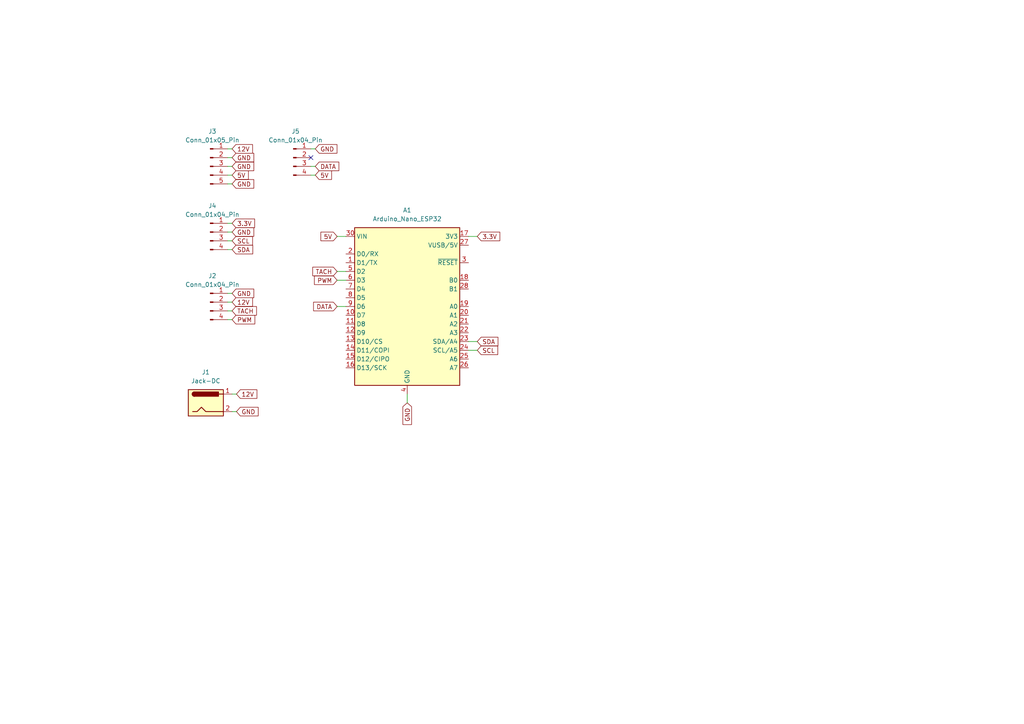
<source format=kicad_sch>
(kicad_sch
	(version 20250114)
	(generator "eeschema")
	(generator_version "9.0")
	(uuid "edf15d8b-a36a-4808-ba06-30ebb736cdfe")
	(paper "A4")
	(lib_symbols
		(symbol "Connector:Conn_01x04_Pin"
			(pin_names
				(offset 1.016)
				(hide yes)
			)
			(exclude_from_sim no)
			(in_bom yes)
			(on_board yes)
			(property "Reference" "J"
				(at 0 5.08 0)
				(effects
					(font
						(size 1.27 1.27)
					)
				)
			)
			(property "Value" "Conn_01x04_Pin"
				(at 0 -7.62 0)
				(effects
					(font
						(size 1.27 1.27)
					)
				)
			)
			(property "Footprint" ""
				(at 0 0 0)
				(effects
					(font
						(size 1.27 1.27)
					)
					(hide yes)
				)
			)
			(property "Datasheet" "~"
				(at 0 0 0)
				(effects
					(font
						(size 1.27 1.27)
					)
					(hide yes)
				)
			)
			(property "Description" "Generic connector, single row, 01x04, script generated"
				(at 0 0 0)
				(effects
					(font
						(size 1.27 1.27)
					)
					(hide yes)
				)
			)
			(property "ki_locked" ""
				(at 0 0 0)
				(effects
					(font
						(size 1.27 1.27)
					)
				)
			)
			(property "ki_keywords" "connector"
				(at 0 0 0)
				(effects
					(font
						(size 1.27 1.27)
					)
					(hide yes)
				)
			)
			(property "ki_fp_filters" "Connector*:*_1x??_*"
				(at 0 0 0)
				(effects
					(font
						(size 1.27 1.27)
					)
					(hide yes)
				)
			)
			(symbol "Conn_01x04_Pin_1_1"
				(rectangle
					(start 0.8636 2.667)
					(end 0 2.413)
					(stroke
						(width 0.1524)
						(type default)
					)
					(fill
						(type outline)
					)
				)
				(rectangle
					(start 0.8636 0.127)
					(end 0 -0.127)
					(stroke
						(width 0.1524)
						(type default)
					)
					(fill
						(type outline)
					)
				)
				(rectangle
					(start 0.8636 -2.413)
					(end 0 -2.667)
					(stroke
						(width 0.1524)
						(type default)
					)
					(fill
						(type outline)
					)
				)
				(rectangle
					(start 0.8636 -4.953)
					(end 0 -5.207)
					(stroke
						(width 0.1524)
						(type default)
					)
					(fill
						(type outline)
					)
				)
				(polyline
					(pts
						(xy 1.27 2.54) (xy 0.8636 2.54)
					)
					(stroke
						(width 0.1524)
						(type default)
					)
					(fill
						(type none)
					)
				)
				(polyline
					(pts
						(xy 1.27 0) (xy 0.8636 0)
					)
					(stroke
						(width 0.1524)
						(type default)
					)
					(fill
						(type none)
					)
				)
				(polyline
					(pts
						(xy 1.27 -2.54) (xy 0.8636 -2.54)
					)
					(stroke
						(width 0.1524)
						(type default)
					)
					(fill
						(type none)
					)
				)
				(polyline
					(pts
						(xy 1.27 -5.08) (xy 0.8636 -5.08)
					)
					(stroke
						(width 0.1524)
						(type default)
					)
					(fill
						(type none)
					)
				)
				(pin passive line
					(at 5.08 2.54 180)
					(length 3.81)
					(name "Pin_1"
						(effects
							(font
								(size 1.27 1.27)
							)
						)
					)
					(number "1"
						(effects
							(font
								(size 1.27 1.27)
							)
						)
					)
				)
				(pin passive line
					(at 5.08 0 180)
					(length 3.81)
					(name "Pin_2"
						(effects
							(font
								(size 1.27 1.27)
							)
						)
					)
					(number "2"
						(effects
							(font
								(size 1.27 1.27)
							)
						)
					)
				)
				(pin passive line
					(at 5.08 -2.54 180)
					(length 3.81)
					(name "Pin_3"
						(effects
							(font
								(size 1.27 1.27)
							)
						)
					)
					(number "3"
						(effects
							(font
								(size 1.27 1.27)
							)
						)
					)
				)
				(pin passive line
					(at 5.08 -5.08 180)
					(length 3.81)
					(name "Pin_4"
						(effects
							(font
								(size 1.27 1.27)
							)
						)
					)
					(number "4"
						(effects
							(font
								(size 1.27 1.27)
							)
						)
					)
				)
			)
			(embedded_fonts no)
		)
		(symbol "Connector:Conn_01x05_Pin"
			(pin_names
				(offset 1.016)
				(hide yes)
			)
			(exclude_from_sim no)
			(in_bom yes)
			(on_board yes)
			(property "Reference" "J"
				(at 0 7.62 0)
				(effects
					(font
						(size 1.27 1.27)
					)
				)
			)
			(property "Value" "Conn_01x05_Pin"
				(at 0 -7.62 0)
				(effects
					(font
						(size 1.27 1.27)
					)
				)
			)
			(property "Footprint" ""
				(at 0 0 0)
				(effects
					(font
						(size 1.27 1.27)
					)
					(hide yes)
				)
			)
			(property "Datasheet" "~"
				(at 0 0 0)
				(effects
					(font
						(size 1.27 1.27)
					)
					(hide yes)
				)
			)
			(property "Description" "Generic connector, single row, 01x05, script generated"
				(at 0 0 0)
				(effects
					(font
						(size 1.27 1.27)
					)
					(hide yes)
				)
			)
			(property "ki_locked" ""
				(at 0 0 0)
				(effects
					(font
						(size 1.27 1.27)
					)
				)
			)
			(property "ki_keywords" "connector"
				(at 0 0 0)
				(effects
					(font
						(size 1.27 1.27)
					)
					(hide yes)
				)
			)
			(property "ki_fp_filters" "Connector*:*_1x??_*"
				(at 0 0 0)
				(effects
					(font
						(size 1.27 1.27)
					)
					(hide yes)
				)
			)
			(symbol "Conn_01x05_Pin_1_1"
				(rectangle
					(start 0.8636 5.207)
					(end 0 4.953)
					(stroke
						(width 0.1524)
						(type default)
					)
					(fill
						(type outline)
					)
				)
				(rectangle
					(start 0.8636 2.667)
					(end 0 2.413)
					(stroke
						(width 0.1524)
						(type default)
					)
					(fill
						(type outline)
					)
				)
				(rectangle
					(start 0.8636 0.127)
					(end 0 -0.127)
					(stroke
						(width 0.1524)
						(type default)
					)
					(fill
						(type outline)
					)
				)
				(rectangle
					(start 0.8636 -2.413)
					(end 0 -2.667)
					(stroke
						(width 0.1524)
						(type default)
					)
					(fill
						(type outline)
					)
				)
				(rectangle
					(start 0.8636 -4.953)
					(end 0 -5.207)
					(stroke
						(width 0.1524)
						(type default)
					)
					(fill
						(type outline)
					)
				)
				(polyline
					(pts
						(xy 1.27 5.08) (xy 0.8636 5.08)
					)
					(stroke
						(width 0.1524)
						(type default)
					)
					(fill
						(type none)
					)
				)
				(polyline
					(pts
						(xy 1.27 2.54) (xy 0.8636 2.54)
					)
					(stroke
						(width 0.1524)
						(type default)
					)
					(fill
						(type none)
					)
				)
				(polyline
					(pts
						(xy 1.27 0) (xy 0.8636 0)
					)
					(stroke
						(width 0.1524)
						(type default)
					)
					(fill
						(type none)
					)
				)
				(polyline
					(pts
						(xy 1.27 -2.54) (xy 0.8636 -2.54)
					)
					(stroke
						(width 0.1524)
						(type default)
					)
					(fill
						(type none)
					)
				)
				(polyline
					(pts
						(xy 1.27 -5.08) (xy 0.8636 -5.08)
					)
					(stroke
						(width 0.1524)
						(type default)
					)
					(fill
						(type none)
					)
				)
				(pin passive line
					(at 5.08 5.08 180)
					(length 3.81)
					(name "Pin_1"
						(effects
							(font
								(size 1.27 1.27)
							)
						)
					)
					(number "1"
						(effects
							(font
								(size 1.27 1.27)
							)
						)
					)
				)
				(pin passive line
					(at 5.08 2.54 180)
					(length 3.81)
					(name "Pin_2"
						(effects
							(font
								(size 1.27 1.27)
							)
						)
					)
					(number "2"
						(effects
							(font
								(size 1.27 1.27)
							)
						)
					)
				)
				(pin passive line
					(at 5.08 0 180)
					(length 3.81)
					(name "Pin_3"
						(effects
							(font
								(size 1.27 1.27)
							)
						)
					)
					(number "3"
						(effects
							(font
								(size 1.27 1.27)
							)
						)
					)
				)
				(pin passive line
					(at 5.08 -2.54 180)
					(length 3.81)
					(name "Pin_4"
						(effects
							(font
								(size 1.27 1.27)
							)
						)
					)
					(number "4"
						(effects
							(font
								(size 1.27 1.27)
							)
						)
					)
				)
				(pin passive line
					(at 5.08 -5.08 180)
					(length 3.81)
					(name "Pin_5"
						(effects
							(font
								(size 1.27 1.27)
							)
						)
					)
					(number "5"
						(effects
							(font
								(size 1.27 1.27)
							)
						)
					)
				)
			)
			(embedded_fonts no)
		)
		(symbol "Connector:Jack-DC"
			(pin_names
				(offset 1.016)
			)
			(exclude_from_sim no)
			(in_bom yes)
			(on_board yes)
			(property "Reference" "J"
				(at 0 5.334 0)
				(effects
					(font
						(size 1.27 1.27)
					)
				)
			)
			(property "Value" "Jack-DC"
				(at 0 -5.08 0)
				(effects
					(font
						(size 1.27 1.27)
					)
				)
			)
			(property "Footprint" ""
				(at 1.27 -1.016 0)
				(effects
					(font
						(size 1.27 1.27)
					)
					(hide yes)
				)
			)
			(property "Datasheet" "~"
				(at 1.27 -1.016 0)
				(effects
					(font
						(size 1.27 1.27)
					)
					(hide yes)
				)
			)
			(property "Description" "DC Barrel Jack"
				(at 0 0 0)
				(effects
					(font
						(size 1.27 1.27)
					)
					(hide yes)
				)
			)
			(property "ki_keywords" "DC power barrel jack connector"
				(at 0 0 0)
				(effects
					(font
						(size 1.27 1.27)
					)
					(hide yes)
				)
			)
			(property "ki_fp_filters" "BarrelJack*"
				(at 0 0 0)
				(effects
					(font
						(size 1.27 1.27)
					)
					(hide yes)
				)
			)
			(symbol "Jack-DC_0_1"
				(rectangle
					(start -5.08 3.81)
					(end 5.08 -3.81)
					(stroke
						(width 0.254)
						(type default)
					)
					(fill
						(type background)
					)
				)
				(polyline
					(pts
						(xy -3.81 -2.54) (xy -2.54 -2.54) (xy -1.27 -1.27) (xy 0 -2.54) (xy 2.54 -2.54) (xy 5.08 -2.54)
					)
					(stroke
						(width 0.254)
						(type default)
					)
					(fill
						(type none)
					)
				)
				(arc
					(start -3.302 1.905)
					(mid -3.9343 2.54)
					(end -3.302 3.175)
					(stroke
						(width 0.254)
						(type default)
					)
					(fill
						(type none)
					)
				)
				(arc
					(start -3.302 1.905)
					(mid -3.9343 2.54)
					(end -3.302 3.175)
					(stroke
						(width 0.254)
						(type default)
					)
					(fill
						(type outline)
					)
				)
				(rectangle
					(start 3.683 3.175)
					(end -3.302 1.905)
					(stroke
						(width 0.254)
						(type default)
					)
					(fill
						(type outline)
					)
				)
				(polyline
					(pts
						(xy 5.08 2.54) (xy 3.81 2.54)
					)
					(stroke
						(width 0.254)
						(type default)
					)
					(fill
						(type none)
					)
				)
			)
			(symbol "Jack-DC_1_1"
				(pin passive line
					(at 7.62 2.54 180)
					(length 2.54)
					(name "~"
						(effects
							(font
								(size 1.27 1.27)
							)
						)
					)
					(number "1"
						(effects
							(font
								(size 1.27 1.27)
							)
						)
					)
				)
				(pin passive line
					(at 7.62 -2.54 180)
					(length 2.54)
					(name "~"
						(effects
							(font
								(size 1.27 1.27)
							)
						)
					)
					(number "2"
						(effects
							(font
								(size 1.27 1.27)
							)
						)
					)
				)
			)
			(embedded_fonts no)
		)
		(symbol "MCU_Module:Arduino_Nano_ESP32"
			(exclude_from_sim no)
			(in_bom yes)
			(on_board yes)
			(property "Reference" "A"
				(at -14.986 23.622 0)
				(effects
					(font
						(size 1.27 1.27)
					)
					(justify left bottom)
				)
			)
			(property "Value" "Arduino_Nano_ESP32"
				(at 3.81 -25.654 0)
				(effects
					(font
						(size 1.27 1.27)
					)
					(justify left top)
				)
			)
			(property "Footprint" "Module:Arduino_Nano"
				(at 13.716 -34.036 0)
				(effects
					(font
						(size 1.27 1.27)
						(italic yes)
					)
					(hide yes)
				)
			)
			(property "Datasheet" "https://docs.arduino.cc/resources/datasheets/ABX00083-datasheet.pdf"
				(at 39.116 -31.496 0)
				(effects
					(font
						(size 1.27 1.27)
					)
					(hide yes)
				)
			)
			(property "Description" "Arduino Nano board based on the ESP32-S3 with a dual-core 240 MHz processor, 384 kB ROM, 512 kB SRAM. Operates at 3.3V, with 5V USB-C® input and 6-21V VIN. Features Wi-Fi®, Bluetooth® LE, digital and analog pins, and supports SPI, I2C, UART, I2S, and CAN."
				(at 138.43 -28.956 0)
				(effects
					(font
						(size 1.27 1.27)
					)
					(hide yes)
				)
			)
			(property "ki_keywords" "Arduino Nano ESP32"
				(at 0 0 0)
				(effects
					(font
						(size 1.27 1.27)
					)
					(hide yes)
				)
			)
			(property "ki_fp_filters" "Arduino*Nano*"
				(at 0 0 0)
				(effects
					(font
						(size 1.27 1.27)
					)
					(hide yes)
				)
			)
			(symbol "Arduino_Nano_ESP32_0_1"
				(rectangle
					(start -15.24 22.86)
					(end 15.24 -22.86)
					(stroke
						(width 0.254)
						(type default)
					)
					(fill
						(type background)
					)
				)
			)
			(symbol "Arduino_Nano_ESP32_1_1"
				(pin power_in line
					(at -17.78 20.32 0)
					(length 2.54)
					(name "VIN"
						(effects
							(font
								(size 1.27 1.27)
							)
						)
					)
					(number "30"
						(effects
							(font
								(size 1.27 1.27)
							)
						)
					)
				)
				(pin bidirectional line
					(at -17.78 15.24 0)
					(length 2.54)
					(name "D0/RX"
						(effects
							(font
								(size 1.27 1.27)
							)
						)
					)
					(number "2"
						(effects
							(font
								(size 1.27 1.27)
							)
						)
					)
				)
				(pin bidirectional line
					(at -17.78 12.7 0)
					(length 2.54)
					(name "D1/TX"
						(effects
							(font
								(size 1.27 1.27)
							)
						)
					)
					(number "1"
						(effects
							(font
								(size 1.27 1.27)
							)
						)
					)
				)
				(pin bidirectional line
					(at -17.78 10.16 0)
					(length 2.54)
					(name "D2"
						(effects
							(font
								(size 1.27 1.27)
							)
						)
					)
					(number "5"
						(effects
							(font
								(size 1.27 1.27)
							)
						)
					)
				)
				(pin bidirectional line
					(at -17.78 7.62 0)
					(length 2.54)
					(name "D3"
						(effects
							(font
								(size 1.27 1.27)
							)
						)
					)
					(number "6"
						(effects
							(font
								(size 1.27 1.27)
							)
						)
					)
				)
				(pin bidirectional line
					(at -17.78 5.08 0)
					(length 2.54)
					(name "D4"
						(effects
							(font
								(size 1.27 1.27)
							)
						)
					)
					(number "7"
						(effects
							(font
								(size 1.27 1.27)
							)
						)
					)
				)
				(pin bidirectional line
					(at -17.78 2.54 0)
					(length 2.54)
					(name "D5"
						(effects
							(font
								(size 1.27 1.27)
							)
						)
					)
					(number "8"
						(effects
							(font
								(size 1.27 1.27)
							)
						)
					)
				)
				(pin bidirectional line
					(at -17.78 0 0)
					(length 2.54)
					(name "D6"
						(effects
							(font
								(size 1.27 1.27)
							)
						)
					)
					(number "9"
						(effects
							(font
								(size 1.27 1.27)
							)
						)
					)
				)
				(pin bidirectional line
					(at -17.78 -2.54 0)
					(length 2.54)
					(name "D7"
						(effects
							(font
								(size 1.27 1.27)
							)
						)
					)
					(number "10"
						(effects
							(font
								(size 1.27 1.27)
							)
						)
					)
				)
				(pin bidirectional line
					(at -17.78 -5.08 0)
					(length 2.54)
					(name "D8"
						(effects
							(font
								(size 1.27 1.27)
							)
						)
					)
					(number "11"
						(effects
							(font
								(size 1.27 1.27)
							)
						)
					)
				)
				(pin bidirectional line
					(at -17.78 -7.62 0)
					(length 2.54)
					(name "D9"
						(effects
							(font
								(size 1.27 1.27)
							)
						)
					)
					(number "12"
						(effects
							(font
								(size 1.27 1.27)
							)
						)
					)
				)
				(pin bidirectional line
					(at -17.78 -10.16 0)
					(length 2.54)
					(name "D10/CS"
						(effects
							(font
								(size 1.27 1.27)
							)
						)
					)
					(number "13"
						(effects
							(font
								(size 1.27 1.27)
							)
						)
					)
				)
				(pin bidirectional line
					(at -17.78 -12.7 0)
					(length 2.54)
					(name "D11/COPI"
						(effects
							(font
								(size 1.27 1.27)
							)
						)
					)
					(number "14"
						(effects
							(font
								(size 1.27 1.27)
							)
						)
					)
				)
				(pin bidirectional line
					(at -17.78 -15.24 0)
					(length 2.54)
					(name "D12/CIPO"
						(effects
							(font
								(size 1.27 1.27)
							)
						)
					)
					(number "15"
						(effects
							(font
								(size 1.27 1.27)
							)
						)
					)
				)
				(pin bidirectional line
					(at -17.78 -17.78 0)
					(length 2.54)
					(name "D13/SCK"
						(effects
							(font
								(size 1.27 1.27)
							)
						)
					)
					(number "16"
						(effects
							(font
								(size 1.27 1.27)
							)
						)
					)
				)
				(pin passive line
					(at 0 -25.4 90)
					(length 2.54)
					(hide yes)
					(name "GND"
						(effects
							(font
								(size 1.27 1.27)
							)
						)
					)
					(number "29"
						(effects
							(font
								(size 1.27 1.27)
							)
						)
					)
				)
				(pin power_in line
					(at 0 -25.4 90)
					(length 2.54)
					(name "GND"
						(effects
							(font
								(size 1.27 1.27)
							)
						)
					)
					(number "4"
						(effects
							(font
								(size 1.27 1.27)
							)
						)
					)
				)
				(pin power_out line
					(at 17.78 20.32 180)
					(length 2.54)
					(name "3V3"
						(effects
							(font
								(size 1.27 1.27)
							)
						)
					)
					(number "17"
						(effects
							(font
								(size 1.27 1.27)
							)
						)
					)
				)
				(pin power_out line
					(at 17.78 17.78 180)
					(length 2.54)
					(name "VUSB/5V"
						(effects
							(font
								(size 1.27 1.27)
							)
						)
					)
					(number "27"
						(effects
							(font
								(size 1.27 1.27)
							)
						)
					)
				)
				(pin input line
					(at 17.78 12.7 180)
					(length 2.54)
					(name "~{RESET}"
						(effects
							(font
								(size 1.27 1.27)
							)
						)
					)
					(number "3"
						(effects
							(font
								(size 1.27 1.27)
							)
						)
					)
				)
				(pin bidirectional line
					(at 17.78 7.62 180)
					(length 2.54)
					(name "B0"
						(effects
							(font
								(size 1.27 1.27)
							)
						)
					)
					(number "18"
						(effects
							(font
								(size 1.27 1.27)
							)
						)
					)
				)
				(pin bidirectional line
					(at 17.78 5.08 180)
					(length 2.54)
					(name "B1"
						(effects
							(font
								(size 1.27 1.27)
							)
						)
					)
					(number "28"
						(effects
							(font
								(size 1.27 1.27)
							)
						)
					)
				)
				(pin bidirectional line
					(at 17.78 0 180)
					(length 2.54)
					(name "A0"
						(effects
							(font
								(size 1.27 1.27)
							)
						)
					)
					(number "19"
						(effects
							(font
								(size 1.27 1.27)
							)
						)
					)
				)
				(pin bidirectional line
					(at 17.78 -2.54 180)
					(length 2.54)
					(name "A1"
						(effects
							(font
								(size 1.27 1.27)
							)
						)
					)
					(number "20"
						(effects
							(font
								(size 1.27 1.27)
							)
						)
					)
				)
				(pin bidirectional line
					(at 17.78 -5.08 180)
					(length 2.54)
					(name "A2"
						(effects
							(font
								(size 1.27 1.27)
							)
						)
					)
					(number "21"
						(effects
							(font
								(size 1.27 1.27)
							)
						)
					)
				)
				(pin bidirectional line
					(at 17.78 -7.62 180)
					(length 2.54)
					(name "A3"
						(effects
							(font
								(size 1.27 1.27)
							)
						)
					)
					(number "22"
						(effects
							(font
								(size 1.27 1.27)
							)
						)
					)
				)
				(pin bidirectional line
					(at 17.78 -10.16 180)
					(length 2.54)
					(name "SDA/A4"
						(effects
							(font
								(size 1.27 1.27)
							)
						)
					)
					(number "23"
						(effects
							(font
								(size 1.27 1.27)
							)
						)
					)
				)
				(pin bidirectional line
					(at 17.78 -12.7 180)
					(length 2.54)
					(name "SCL/A5"
						(effects
							(font
								(size 1.27 1.27)
							)
						)
					)
					(number "24"
						(effects
							(font
								(size 1.27 1.27)
							)
						)
					)
				)
				(pin bidirectional line
					(at 17.78 -15.24 180)
					(length 2.54)
					(name "A6"
						(effects
							(font
								(size 1.27 1.27)
							)
						)
					)
					(number "25"
						(effects
							(font
								(size 1.27 1.27)
							)
						)
					)
				)
				(pin bidirectional line
					(at 17.78 -17.78 180)
					(length 2.54)
					(name "A7"
						(effects
							(font
								(size 1.27 1.27)
							)
						)
					)
					(number "26"
						(effects
							(font
								(size 1.27 1.27)
							)
						)
					)
				)
			)
			(embedded_fonts no)
		)
	)
	(no_connect
		(at 90.17 45.72)
		(uuid "6c15a7f0-768b-4bec-97ab-6cefd924fb29")
	)
	(wire
		(pts
			(xy 91.44 43.18) (xy 90.17 43.18)
		)
		(stroke
			(width 0)
			(type default)
		)
		(uuid "0dcf3f8e-5a8f-46b3-99c3-829bde789229")
	)
	(wire
		(pts
			(xy 67.31 69.85) (xy 66.04 69.85)
		)
		(stroke
			(width 0)
			(type default)
		)
		(uuid "1345b59d-72ce-48ad-ac01-80d4cfd9a707")
	)
	(wire
		(pts
			(xy 91.44 48.26) (xy 90.17 48.26)
		)
		(stroke
			(width 0)
			(type default)
		)
		(uuid "1c198863-9750-4171-9193-42368447fa2e")
	)
	(wire
		(pts
			(xy 97.79 81.28) (xy 100.33 81.28)
		)
		(stroke
			(width 0)
			(type default)
		)
		(uuid "29a18320-d275-4965-8ba2-17723616801f")
	)
	(wire
		(pts
			(xy 138.43 99.06) (xy 135.89 99.06)
		)
		(stroke
			(width 0)
			(type default)
		)
		(uuid "303d4711-243f-4157-b938-2b85c25595ef")
	)
	(wire
		(pts
			(xy 118.11 116.84) (xy 118.11 114.3)
		)
		(stroke
			(width 0)
			(type default)
		)
		(uuid "38bca4ca-bc69-4b9e-a7ce-aa69cee28fcc")
	)
	(wire
		(pts
			(xy 67.31 43.18) (xy 66.04 43.18)
		)
		(stroke
			(width 0)
			(type default)
		)
		(uuid "3e58035b-7d1e-402b-9443-eab2e2510f55")
	)
	(wire
		(pts
			(xy 68.58 119.38) (xy 67.31 119.38)
		)
		(stroke
			(width 0)
			(type default)
		)
		(uuid "42b1dbdc-f441-4e27-96e1-de6a07f66d72")
	)
	(wire
		(pts
			(xy 138.43 68.58) (xy 135.89 68.58)
		)
		(stroke
			(width 0)
			(type default)
		)
		(uuid "4452574f-5d44-481a-8e75-d514bd6ba92c")
	)
	(wire
		(pts
			(xy 67.31 67.31) (xy 66.04 67.31)
		)
		(stroke
			(width 0)
			(type default)
		)
		(uuid "65a2672c-f108-4696-8b4f-f32496fad4aa")
	)
	(wire
		(pts
			(xy 67.31 45.72) (xy 66.04 45.72)
		)
		(stroke
			(width 0)
			(type default)
		)
		(uuid "6adf20bb-9500-4257-b658-2f4066bcd961")
	)
	(wire
		(pts
			(xy 67.31 64.77) (xy 66.04 64.77)
		)
		(stroke
			(width 0)
			(type default)
		)
		(uuid "7011573f-3b24-48e2-af27-c9032155fbd3")
	)
	(wire
		(pts
			(xy 67.31 50.8) (xy 66.04 50.8)
		)
		(stroke
			(width 0)
			(type default)
		)
		(uuid "74bf2b39-a2e9-4604-abce-fddfbc66ae12")
	)
	(wire
		(pts
			(xy 67.31 87.63) (xy 66.04 87.63)
		)
		(stroke
			(width 0)
			(type default)
		)
		(uuid "786c3f77-5b72-40cf-b3de-2d2510397591")
	)
	(wire
		(pts
			(xy 67.31 90.17) (xy 66.04 90.17)
		)
		(stroke
			(width 0)
			(type default)
		)
		(uuid "89d723ee-a37b-4270-9436-14a5c1a383cb")
	)
	(wire
		(pts
			(xy 97.79 88.9) (xy 100.33 88.9)
		)
		(stroke
			(width 0)
			(type default)
		)
		(uuid "8d40a0a6-edc1-4f61-a0a2-54420218568d")
	)
	(wire
		(pts
			(xy 97.79 78.74) (xy 100.33 78.74)
		)
		(stroke
			(width 0)
			(type default)
		)
		(uuid "8e34e30c-d394-4539-ab72-6df7262f3eff")
	)
	(wire
		(pts
			(xy 67.31 48.26) (xy 66.04 48.26)
		)
		(stroke
			(width 0)
			(type default)
		)
		(uuid "a3b076b9-8a60-426a-a6c7-f93a3b0adf40")
	)
	(wire
		(pts
			(xy 91.44 50.8) (xy 90.17 50.8)
		)
		(stroke
			(width 0)
			(type default)
		)
		(uuid "bc658f35-7b99-437e-b5f4-d0228fca6303")
	)
	(wire
		(pts
			(xy 67.31 114.3) (xy 68.58 114.3)
		)
		(stroke
			(width 0)
			(type default)
		)
		(uuid "bcfd5843-dacf-4bbb-a4fa-31e91e7d2e0d")
	)
	(wire
		(pts
			(xy 67.31 92.71) (xy 66.04 92.71)
		)
		(stroke
			(width 0)
			(type default)
		)
		(uuid "bf81aa68-273c-40ae-a614-3119a0fcd76b")
	)
	(wire
		(pts
			(xy 138.43 101.6) (xy 135.89 101.6)
		)
		(stroke
			(width 0)
			(type default)
		)
		(uuid "ca34ddfd-00ba-4b7d-8017-eb03e87e9e08")
	)
	(wire
		(pts
			(xy 97.79 68.58) (xy 100.33 68.58)
		)
		(stroke
			(width 0)
			(type default)
		)
		(uuid "cb42dc97-4f27-4ce6-8697-65a75fa34fd5")
	)
	(wire
		(pts
			(xy 67.31 53.34) (xy 66.04 53.34)
		)
		(stroke
			(width 0)
			(type default)
		)
		(uuid "d0796822-7773-492a-8ddb-666028df6839")
	)
	(wire
		(pts
			(xy 67.31 85.09) (xy 66.04 85.09)
		)
		(stroke
			(width 0)
			(type default)
		)
		(uuid "d59901ff-2dae-4539-850e-6be0c14dcefa")
	)
	(wire
		(pts
			(xy 67.31 72.39) (xy 66.04 72.39)
		)
		(stroke
			(width 0)
			(type default)
		)
		(uuid "d7f861cb-0b1e-44bf-bf2f-7026ec69af33")
	)
	(global_label "TACH"
		(shape input)
		(at 97.79 78.74 180)
		(fields_autoplaced yes)
		(effects
			(font
				(size 1.27 1.27)
			)
			(justify right)
		)
		(uuid "07ce3130-f907-4149-bdd2-6aa2cd2a9f8c")
		(property "Intersheetrefs" "${INTERSHEET_REFS}"
			(at 90.1481 78.74 0)
			(effects
				(font
					(size 1.27 1.27)
				)
				(justify right)
				(hide yes)
			)
		)
	)
	(global_label "SCL"
		(shape input)
		(at 67.31 69.85 0)
		(fields_autoplaced yes)
		(effects
			(font
				(size 1.27 1.27)
			)
			(justify left)
		)
		(uuid "0cb6a1e1-146f-481d-b7b7-6f83ae617017")
		(property "Intersheetrefs" "${INTERSHEET_REFS}"
			(at 73.8028 69.85 0)
			(effects
				(font
					(size 1.27 1.27)
				)
				(justify left)
				(hide yes)
			)
		)
	)
	(global_label "5V"
		(shape input)
		(at 97.79 68.58 180)
		(fields_autoplaced yes)
		(effects
			(font
				(size 1.27 1.27)
			)
			(justify right)
		)
		(uuid "12a1d5be-e4f4-4631-b7f6-dc48542d7a6a")
		(property "Intersheetrefs" "${INTERSHEET_REFS}"
			(at 92.5067 68.58 0)
			(effects
				(font
					(size 1.27 1.27)
				)
				(justify right)
				(hide yes)
			)
		)
	)
	(global_label "TACH"
		(shape input)
		(at 67.31 90.17 0)
		(fields_autoplaced yes)
		(effects
			(font
				(size 1.27 1.27)
			)
			(justify left)
		)
		(uuid "14213433-a7b3-4bd4-a53c-9eec7a25ce67")
		(property "Intersheetrefs" "${INTERSHEET_REFS}"
			(at 74.9519 90.17 0)
			(effects
				(font
					(size 1.27 1.27)
				)
				(justify left)
				(hide yes)
			)
		)
	)
	(global_label "12V"
		(shape input)
		(at 67.31 43.18 0)
		(fields_autoplaced yes)
		(effects
			(font
				(size 1.27 1.27)
			)
			(justify left)
		)
		(uuid "151f020a-bfa8-419c-936d-79085b439c5b")
		(property "Intersheetrefs" "${INTERSHEET_REFS}"
			(at 73.8028 43.18 0)
			(effects
				(font
					(size 1.27 1.27)
				)
				(justify left)
				(hide yes)
			)
		)
	)
	(global_label "12V"
		(shape input)
		(at 67.31 87.63 0)
		(fields_autoplaced yes)
		(effects
			(font
				(size 1.27 1.27)
			)
			(justify left)
		)
		(uuid "1ad0c904-0e68-4694-bb3c-c7bc462832c5")
		(property "Intersheetrefs" "${INTERSHEET_REFS}"
			(at 73.8028 87.63 0)
			(effects
				(font
					(size 1.27 1.27)
				)
				(justify left)
				(hide yes)
			)
		)
	)
	(global_label "PWM"
		(shape input)
		(at 67.31 92.71 0)
		(fields_autoplaced yes)
		(effects
			(font
				(size 1.27 1.27)
			)
			(justify left)
		)
		(uuid "1c08662c-aca8-4b39-a071-012a2b64f18d")
		(property "Intersheetrefs" "${INTERSHEET_REFS}"
			(at 74.468 92.71 0)
			(effects
				(font
					(size 1.27 1.27)
				)
				(justify left)
				(hide yes)
			)
		)
	)
	(global_label "SDA"
		(shape input)
		(at 67.31 72.39 0)
		(fields_autoplaced yes)
		(effects
			(font
				(size 1.27 1.27)
			)
			(justify left)
		)
		(uuid "2da54ff5-b636-4ff9-9dad-7a11b4f48e4e")
		(property "Intersheetrefs" "${INTERSHEET_REFS}"
			(at 73.8633 72.39 0)
			(effects
				(font
					(size 1.27 1.27)
				)
				(justify left)
				(hide yes)
			)
		)
	)
	(global_label "GND"
		(shape input)
		(at 68.58 119.38 0)
		(fields_autoplaced yes)
		(effects
			(font
				(size 1.27 1.27)
			)
			(justify left)
		)
		(uuid "372edbd0-082d-4c27-bc9d-6b3fb5c3df3a")
		(property "Intersheetrefs" "${INTERSHEET_REFS}"
			(at 75.4357 119.38 0)
			(effects
				(font
					(size 1.27 1.27)
				)
				(justify left)
				(hide yes)
			)
		)
	)
	(global_label "12V"
		(shape input)
		(at 68.58 114.3 0)
		(fields_autoplaced yes)
		(effects
			(font
				(size 1.27 1.27)
			)
			(justify left)
		)
		(uuid "39d62c44-275d-4804-a6b7-473a9174ff02")
		(property "Intersheetrefs" "${INTERSHEET_REFS}"
			(at 75.0728 114.3 0)
			(effects
				(font
					(size 1.27 1.27)
				)
				(justify left)
				(hide yes)
			)
		)
	)
	(global_label "GND"
		(shape input)
		(at 67.31 67.31 0)
		(fields_autoplaced yes)
		(effects
			(font
				(size 1.27 1.27)
			)
			(justify left)
		)
		(uuid "51047eeb-90e7-4738-90e4-9d49e994db1b")
		(property "Intersheetrefs" "${INTERSHEET_REFS}"
			(at 74.1657 67.31 0)
			(effects
				(font
					(size 1.27 1.27)
				)
				(justify left)
				(hide yes)
			)
		)
	)
	(global_label "3.3V"
		(shape input)
		(at 67.31 64.77 0)
		(fields_autoplaced yes)
		(effects
			(font
				(size 1.27 1.27)
			)
			(justify left)
		)
		(uuid "5f151ee4-d2c7-4bd6-b98d-d41c38c3fc37")
		(property "Intersheetrefs" "${INTERSHEET_REFS}"
			(at 74.4076 64.77 0)
			(effects
				(font
					(size 1.27 1.27)
				)
				(justify left)
				(hide yes)
			)
		)
	)
	(global_label "3.3V"
		(shape input)
		(at 138.43 68.58 0)
		(fields_autoplaced yes)
		(effects
			(font
				(size 1.27 1.27)
			)
			(justify left)
		)
		(uuid "6c67d004-1cfd-48f6-966c-cee6f2adcb62")
		(property "Intersheetrefs" "${INTERSHEET_REFS}"
			(at 145.5276 68.58 0)
			(effects
				(font
					(size 1.27 1.27)
				)
				(justify left)
				(hide yes)
			)
		)
	)
	(global_label "GND"
		(shape input)
		(at 67.31 85.09 0)
		(fields_autoplaced yes)
		(effects
			(font
				(size 1.27 1.27)
			)
			(justify left)
		)
		(uuid "759dcf81-81b5-40c8-bcbb-7599968c1263")
		(property "Intersheetrefs" "${INTERSHEET_REFS}"
			(at 74.1657 85.09 0)
			(effects
				(font
					(size 1.27 1.27)
				)
				(justify left)
				(hide yes)
			)
		)
	)
	(global_label "5V"
		(shape input)
		(at 91.44 50.8 0)
		(fields_autoplaced yes)
		(effects
			(font
				(size 1.27 1.27)
			)
			(justify left)
		)
		(uuid "860ff821-77d4-4b2e-bf65-46d11cb0fed4")
		(property "Intersheetrefs" "${INTERSHEET_REFS}"
			(at 96.7233 50.8 0)
			(effects
				(font
					(size 1.27 1.27)
				)
				(justify left)
				(hide yes)
			)
		)
	)
	(global_label "DATA"
		(shape input)
		(at 97.79 88.9 180)
		(fields_autoplaced yes)
		(effects
			(font
				(size 1.27 1.27)
			)
			(justify right)
		)
		(uuid "9678bb38-6614-4408-a71c-4631eca73266")
		(property "Intersheetrefs" "${INTERSHEET_REFS}"
			(at 90.39 88.9 0)
			(effects
				(font
					(size 1.27 1.27)
				)
				(justify right)
				(hide yes)
			)
		)
	)
	(global_label "GND"
		(shape input)
		(at 67.31 48.26 0)
		(fields_autoplaced yes)
		(effects
			(font
				(size 1.27 1.27)
			)
			(justify left)
		)
		(uuid "974865d2-e246-4cd0-ab1d-fa7a1b9657f7")
		(property "Intersheetrefs" "${INTERSHEET_REFS}"
			(at 74.1657 48.26 0)
			(effects
				(font
					(size 1.27 1.27)
				)
				(justify left)
				(hide yes)
			)
		)
	)
	(global_label "SDA"
		(shape input)
		(at 138.43 99.06 0)
		(fields_autoplaced yes)
		(effects
			(font
				(size 1.27 1.27)
			)
			(justify left)
		)
		(uuid "988c6d6c-cfd8-40ae-8975-cdc68cef8a17")
		(property "Intersheetrefs" "${INTERSHEET_REFS}"
			(at 144.9833 99.06 0)
			(effects
				(font
					(size 1.27 1.27)
				)
				(justify left)
				(hide yes)
			)
		)
	)
	(global_label "GND"
		(shape input)
		(at 67.31 53.34 0)
		(fields_autoplaced yes)
		(effects
			(font
				(size 1.27 1.27)
			)
			(justify left)
		)
		(uuid "a059ed53-27cc-482e-91d0-d357626152a9")
		(property "Intersheetrefs" "${INTERSHEET_REFS}"
			(at 74.1657 53.34 0)
			(effects
				(font
					(size 1.27 1.27)
				)
				(justify left)
				(hide yes)
			)
		)
	)
	(global_label "GND"
		(shape input)
		(at 91.44 43.18 0)
		(fields_autoplaced yes)
		(effects
			(font
				(size 1.27 1.27)
			)
			(justify left)
		)
		(uuid "a2d02997-fbad-4295-bbd7-79b084e83f73")
		(property "Intersheetrefs" "${INTERSHEET_REFS}"
			(at 98.2957 43.18 0)
			(effects
				(font
					(size 1.27 1.27)
				)
				(justify left)
				(hide yes)
			)
		)
	)
	(global_label "5V"
		(shape input)
		(at 67.31 50.8 0)
		(fields_autoplaced yes)
		(effects
			(font
				(size 1.27 1.27)
			)
			(justify left)
		)
		(uuid "a3f8f903-df79-4a7f-8c4a-27c9c00b70bc")
		(property "Intersheetrefs" "${INTERSHEET_REFS}"
			(at 72.5933 50.8 0)
			(effects
				(font
					(size 1.27 1.27)
				)
				(justify left)
				(hide yes)
			)
		)
	)
	(global_label "DATA"
		(shape input)
		(at 91.44 48.26 0)
		(fields_autoplaced yes)
		(effects
			(font
				(size 1.27 1.27)
			)
			(justify left)
		)
		(uuid "b987adc8-81af-4bea-a297-14d447340936")
		(property "Intersheetrefs" "${INTERSHEET_REFS}"
			(at 98.84 48.26 0)
			(effects
				(font
					(size 1.27 1.27)
				)
				(justify left)
				(hide yes)
			)
		)
	)
	(global_label "GND"
		(shape input)
		(at 118.11 116.84 270)
		(fields_autoplaced yes)
		(effects
			(font
				(size 1.27 1.27)
			)
			(justify right)
		)
		(uuid "bd7af31e-6354-486d-afbd-d2623a3652de")
		(property "Intersheetrefs" "${INTERSHEET_REFS}"
			(at 118.11 123.6957 90)
			(effects
				(font
					(size 1.27 1.27)
				)
				(justify right)
				(hide yes)
			)
		)
	)
	(global_label "GND"
		(shape input)
		(at 67.31 45.72 0)
		(fields_autoplaced yes)
		(effects
			(font
				(size 1.27 1.27)
			)
			(justify left)
		)
		(uuid "cb5a6bab-94d4-4816-9d25-1a8862d5982e")
		(property "Intersheetrefs" "${INTERSHEET_REFS}"
			(at 74.1657 45.72 0)
			(effects
				(font
					(size 1.27 1.27)
				)
				(justify left)
				(hide yes)
			)
		)
	)
	(global_label "PWM"
		(shape input)
		(at 97.79 81.28 180)
		(fields_autoplaced yes)
		(effects
			(font
				(size 1.27 1.27)
			)
			(justify right)
		)
		(uuid "e04ef9f2-29f2-4aef-9e8e-4324cab1c20d")
		(property "Intersheetrefs" "${INTERSHEET_REFS}"
			(at 90.632 81.28 0)
			(effects
				(font
					(size 1.27 1.27)
				)
				(justify right)
				(hide yes)
			)
		)
	)
	(global_label "SCL"
		(shape input)
		(at 138.43 101.6 0)
		(fields_autoplaced yes)
		(effects
			(font
				(size 1.27 1.27)
			)
			(justify left)
		)
		(uuid "e4c1c50a-235a-43de-916e-c7a24f8ffcc2")
		(property "Intersheetrefs" "${INTERSHEET_REFS}"
			(at 144.9228 101.6 0)
			(effects
				(font
					(size 1.27 1.27)
				)
				(justify left)
				(hide yes)
			)
		)
	)
	(symbol
		(lib_id "Connector:Conn_01x05_Pin")
		(at 60.96 48.26 0)
		(unit 1)
		(exclude_from_sim no)
		(in_bom yes)
		(on_board yes)
		(dnp no)
		(fields_autoplaced yes)
		(uuid "28d3962c-272a-4302-b31f-d49ca45dfff8")
		(property "Reference" "J3"
			(at 61.595 38.1 0)
			(effects
				(font
					(size 1.27 1.27)
				)
			)
		)
		(property "Value" "Conn_01x05_Pin"
			(at 61.595 40.64 0)
			(effects
				(font
					(size 1.27 1.27)
				)
			)
		)
		(property "Footprint" "Connector_PinHeader_2.54mm:PinHeader_1x05_P2.54mm_Vertical"
			(at 60.96 48.26 0)
			(effects
				(font
					(size 1.27 1.27)
				)
				(hide yes)
			)
		)
		(property "Datasheet" "~"
			(at 60.96 48.26 0)
			(effects
				(font
					(size 1.27 1.27)
				)
				(hide yes)
			)
		)
		(property "Description" "Generic connector, single row, 01x05, script generated"
			(at 60.96 48.26 0)
			(effects
				(font
					(size 1.27 1.27)
				)
				(hide yes)
			)
		)
		(pin "2"
			(uuid "c50cebab-3f99-4d4b-97e1-0f7cb0d83cff")
		)
		(pin "4"
			(uuid "b5cf018c-a3d1-471f-88b4-a3cb1a4f422c")
		)
		(pin "5"
			(uuid "60e1158d-d744-4b01-867c-8ab020c69e6b")
		)
		(pin "1"
			(uuid "9e774259-f8da-40bf-b5d4-8026ac59aea3")
		)
		(pin "3"
			(uuid "c42b2bdb-9ee3-442a-8f7b-c3a86ed89515")
		)
		(instances
			(project ""
				(path "/edf15d8b-a36a-4808-ba06-30ebb736cdfe"
					(reference "J3")
					(unit 1)
				)
			)
		)
	)
	(symbol
		(lib_id "Connector:Jack-DC")
		(at 59.69 116.84 0)
		(unit 1)
		(exclude_from_sim no)
		(in_bom yes)
		(on_board yes)
		(dnp no)
		(fields_autoplaced yes)
		(uuid "464e2d94-0671-4ab3-8ff9-edb721d859b8")
		(property "Reference" "J1"
			(at 59.69 107.95 0)
			(effects
				(font
					(size 1.27 1.27)
				)
			)
		)
		(property "Value" "Jack-DC"
			(at 59.69 110.49 0)
			(effects
				(font
					(size 1.27 1.27)
				)
			)
		)
		(property "Footprint" "Connector_BarrelJack:BarrelJack_Wuerth_6941xx301002"
			(at 60.96 117.856 0)
			(effects
				(font
					(size 1.27 1.27)
				)
				(hide yes)
			)
		)
		(property "Datasheet" "~"
			(at 60.96 117.856 0)
			(effects
				(font
					(size 1.27 1.27)
				)
				(hide yes)
			)
		)
		(property "Description" "DC Barrel Jack"
			(at 59.69 116.84 0)
			(effects
				(font
					(size 1.27 1.27)
				)
				(hide yes)
			)
		)
		(pin "2"
			(uuid "6ad62f85-b9e4-4ea1-8706-ed7f5ae5bdfd")
		)
		(pin "1"
			(uuid "7afe00fe-1082-49a1-940e-8b86f58d59cb")
		)
		(instances
			(project ""
				(path "/edf15d8b-a36a-4808-ba06-30ebb736cdfe"
					(reference "J1")
					(unit 1)
				)
			)
		)
	)
	(symbol
		(lib_id "Connector:Conn_01x04_Pin")
		(at 85.09 45.72 0)
		(unit 1)
		(exclude_from_sim no)
		(in_bom yes)
		(on_board yes)
		(dnp no)
		(fields_autoplaced yes)
		(uuid "50b2f976-3487-4b38-8a29-9208904e752e")
		(property "Reference" "J5"
			(at 85.725 38.1 0)
			(effects
				(font
					(size 1.27 1.27)
				)
			)
		)
		(property "Value" "Conn_01x04_Pin"
			(at 85.725 40.64 0)
			(effects
				(font
					(size 1.27 1.27)
				)
			)
		)
		(property "Footprint" "Connector_PinHeader_2.54mm:PinHeader_1x04_P2.54mm_Vertical"
			(at 85.09 45.72 0)
			(effects
				(font
					(size 1.27 1.27)
				)
				(hide yes)
			)
		)
		(property "Datasheet" "~"
			(at 85.09 45.72 0)
			(effects
				(font
					(size 1.27 1.27)
				)
				(hide yes)
			)
		)
		(property "Description" "Generic connector, single row, 01x04, script generated"
			(at 85.09 45.72 0)
			(effects
				(font
					(size 1.27 1.27)
				)
				(hide yes)
			)
		)
		(pin "4"
			(uuid "8f87ad83-7f81-4f5d-8b8f-77fc368d2457")
		)
		(pin "1"
			(uuid "48780098-d6cd-4752-ad0d-8dc6b719b047")
		)
		(pin "2"
			(uuid "64b17c55-5fe5-44fc-aeb3-c85551888b1c")
		)
		(pin "3"
			(uuid "80b4ab58-79c7-4be0-8e0a-76686e772f2a")
		)
		(instances
			(project ""
				(path "/edf15d8b-a36a-4808-ba06-30ebb736cdfe"
					(reference "J5")
					(unit 1)
				)
			)
		)
	)
	(symbol
		(lib_id "MCU_Module:Arduino_Nano_ESP32")
		(at 118.11 88.9 0)
		(unit 1)
		(exclude_from_sim no)
		(in_bom yes)
		(on_board yes)
		(dnp no)
		(fields_autoplaced yes)
		(uuid "c324c508-3e50-448b-b456-986ea9fcc492")
		(property "Reference" "A1"
			(at 118.11 60.96 0)
			(effects
				(font
					(size 1.27 1.27)
				)
			)
		)
		(property "Value" "Arduino_Nano_ESP32"
			(at 118.11 63.5 0)
			(effects
				(font
					(size 1.27 1.27)
				)
			)
		)
		(property "Footprint" "Module:Arduino_Nano"
			(at 131.826 122.936 0)
			(effects
				(font
					(size 1.27 1.27)
					(italic yes)
				)
				(hide yes)
			)
		)
		(property "Datasheet" "https://docs.arduino.cc/resources/datasheets/ABX00083-datasheet.pdf"
			(at 157.226 120.396 0)
			(effects
				(font
					(size 1.27 1.27)
				)
				(hide yes)
			)
		)
		(property "Description" "Arduino Nano board based on the ESP32-S3 with a dual-core 240 MHz processor, 384 kB ROM, 512 kB SRAM. Operates at 3.3V, with 5V USB-C® input and 6-21V VIN. Features Wi-Fi®, Bluetooth® LE, digital and analog pins, and supports SPI, I2C, UART, I2S, and CAN."
			(at 256.54 117.856 0)
			(effects
				(font
					(size 1.27 1.27)
				)
				(hide yes)
			)
		)
		(pin "28"
			(uuid "a25b88ad-72d0-48e6-a625-9bce442c36cf")
		)
		(pin "20"
			(uuid "ae256293-3b7a-40b9-ba6a-7bc7a0e6fd44")
		)
		(pin "21"
			(uuid "eacd9bf9-d587-459d-a03e-9e9d4c46f28c")
		)
		(pin "22"
			(uuid "1569077a-3b07-4d39-b4be-d0ae4c5532fe")
		)
		(pin "23"
			(uuid "a4710d8d-5730-482b-a8cf-44220215e2ba")
		)
		(pin "19"
			(uuid "a7376327-f998-4ca5-9761-e01b3e37b739")
		)
		(pin "14"
			(uuid "a0237de5-4e0e-4507-b32c-0dc3b3c089a3")
		)
		(pin "15"
			(uuid "e052f007-58a5-4534-aa90-60ab012a53b3")
		)
		(pin "4"
			(uuid "6821b824-b25e-424d-b263-7b49bf99816c")
		)
		(pin "17"
			(uuid "0de596aa-cc56-461d-9c55-b1aaa8f10c5e")
		)
		(pin "27"
			(uuid "62a2655c-daa9-4a97-a805-fdc9b168fe82")
		)
		(pin "29"
			(uuid "5f2518e1-890e-497e-925a-6f1737cd8e8c")
		)
		(pin "3"
			(uuid "6aac2d84-e279-4614-946f-d705185734bc")
		)
		(pin "5"
			(uuid "31cd635f-c863-4b2e-9380-4df2e9788901")
		)
		(pin "16"
			(uuid "d2511bd9-6d38-4232-b948-92a80f15b60d")
		)
		(pin "12"
			(uuid "074fe1dc-a0da-49da-afaa-d09ada3afdc0")
		)
		(pin "18"
			(uuid "48956837-b4cb-4b62-9722-c1cb19fb22de")
		)
		(pin "30"
			(uuid "441e7104-0219-4b0e-a6e1-07e26086e786")
		)
		(pin "1"
			(uuid "2c407951-a6ea-49b7-8fc7-4eba1d6400a4")
		)
		(pin "6"
			(uuid "f30746dd-7ced-4b9e-890c-d1ec3e7310a2")
		)
		(pin "7"
			(uuid "d2f7010e-5abc-4197-9abe-dce84b792e09")
		)
		(pin "8"
			(uuid "752e1ce9-f691-4e35-8483-608a788d0f49")
		)
		(pin "9"
			(uuid "2bb2212e-33dd-4195-a44c-d5b7b9eecd1e")
		)
		(pin "10"
			(uuid "b939a1d5-89b3-4d74-a766-9b1473788b08")
		)
		(pin "11"
			(uuid "dec71294-7691-4e3f-8873-cba337efa84d")
		)
		(pin "13"
			(uuid "37de9c8b-3a61-4b17-9e01-c61f299bc631")
		)
		(pin "2"
			(uuid "2f39c1dd-7d92-47ab-a6fd-e9b8c05e05a1")
		)
		(pin "25"
			(uuid "2e38fd8a-fb2b-499f-98d1-b7a550c3e5f8")
		)
		(pin "26"
			(uuid "d8965c96-adcd-4276-82cc-2cbc45c50f21")
		)
		(pin "24"
			(uuid "0014cacf-2652-4fed-b202-2c7d30d7b92d")
		)
		(instances
			(project ""
				(path "/edf15d8b-a36a-4808-ba06-30ebb736cdfe"
					(reference "A1")
					(unit 1)
				)
			)
		)
	)
	(symbol
		(lib_id "Connector:Conn_01x04_Pin")
		(at 60.96 67.31 0)
		(unit 1)
		(exclude_from_sim no)
		(in_bom yes)
		(on_board yes)
		(dnp no)
		(fields_autoplaced yes)
		(uuid "c942e846-153d-42a5-9112-03a87ae2fd1e")
		(property "Reference" "J4"
			(at 61.595 59.69 0)
			(effects
				(font
					(size 1.27 1.27)
				)
			)
		)
		(property "Value" "Conn_01x04_Pin"
			(at 61.595 62.23 0)
			(effects
				(font
					(size 1.27 1.27)
				)
			)
		)
		(property "Footprint" "Connector_PinHeader_2.54mm:PinHeader_1x04_P2.54mm_Vertical"
			(at 60.96 67.31 0)
			(effects
				(font
					(size 1.27 1.27)
				)
				(hide yes)
			)
		)
		(property "Datasheet" "~"
			(at 60.96 67.31 0)
			(effects
				(font
					(size 1.27 1.27)
				)
				(hide yes)
			)
		)
		(property "Description" "Generic connector, single row, 01x04, script generated"
			(at 60.96 67.31 0)
			(effects
				(font
					(size 1.27 1.27)
				)
				(hide yes)
			)
		)
		(pin "2"
			(uuid "27cf2cf7-a01c-4974-9a47-5c2cfada6282")
		)
		(pin "1"
			(uuid "8bf56c63-777f-49c5-8979-42055a82ae9e")
		)
		(pin "3"
			(uuid "53ecf183-3eac-415a-a691-2f290c0ec8f5")
		)
		(pin "4"
			(uuid "afbf4a7f-5c23-47b3-8607-fe9043afdcea")
		)
		(instances
			(project ""
				(path "/edf15d8b-a36a-4808-ba06-30ebb736cdfe"
					(reference "J4")
					(unit 1)
				)
			)
		)
	)
	(symbol
		(lib_id "Connector:Conn_01x04_Pin")
		(at 60.96 87.63 0)
		(unit 1)
		(exclude_from_sim no)
		(in_bom yes)
		(on_board yes)
		(dnp no)
		(uuid "dba97f24-41f5-4b87-8735-d9874bece319")
		(property "Reference" "J2"
			(at 61.595 80.01 0)
			(effects
				(font
					(size 1.27 1.27)
				)
			)
		)
		(property "Value" "Conn_01x04_Pin"
			(at 61.595 82.55 0)
			(effects
				(font
					(size 1.27 1.27)
				)
			)
		)
		(property "Footprint" "Connector_Molex:Molex_KK-254_AE-6410-04A_1x04_P2.54mm_Vertical"
			(at 60.96 87.63 0)
			(effects
				(font
					(size 1.27 1.27)
				)
				(hide yes)
			)
		)
		(property "Datasheet" "~"
			(at 60.96 87.63 0)
			(effects
				(font
					(size 1.27 1.27)
				)
				(hide yes)
			)
		)
		(property "Description" "Generic connector, single row, 01x04, script generated"
			(at 60.96 87.63 0)
			(effects
				(font
					(size 1.27 1.27)
				)
				(hide yes)
			)
		)
		(pin "1"
			(uuid "2cdb1942-519e-4cc7-ac59-61026c511d24")
		)
		(pin "2"
			(uuid "2c66869b-05b3-485b-81e8-ec3fa9d8a8f5")
		)
		(pin "4"
			(uuid "c3ed5132-775e-4a93-badf-a75c8c0fe66f")
		)
		(pin "3"
			(uuid "cb3c1971-1bb4-4a2d-b84b-6fe942c2ab22")
		)
		(instances
			(project ""
				(path "/edf15d8b-a36a-4808-ba06-30ebb736cdfe"
					(reference "J2")
					(unit 1)
				)
			)
		)
	)
	(sheet_instances
		(path "/"
			(page "1")
		)
	)
	(embedded_fonts no)
)

</source>
